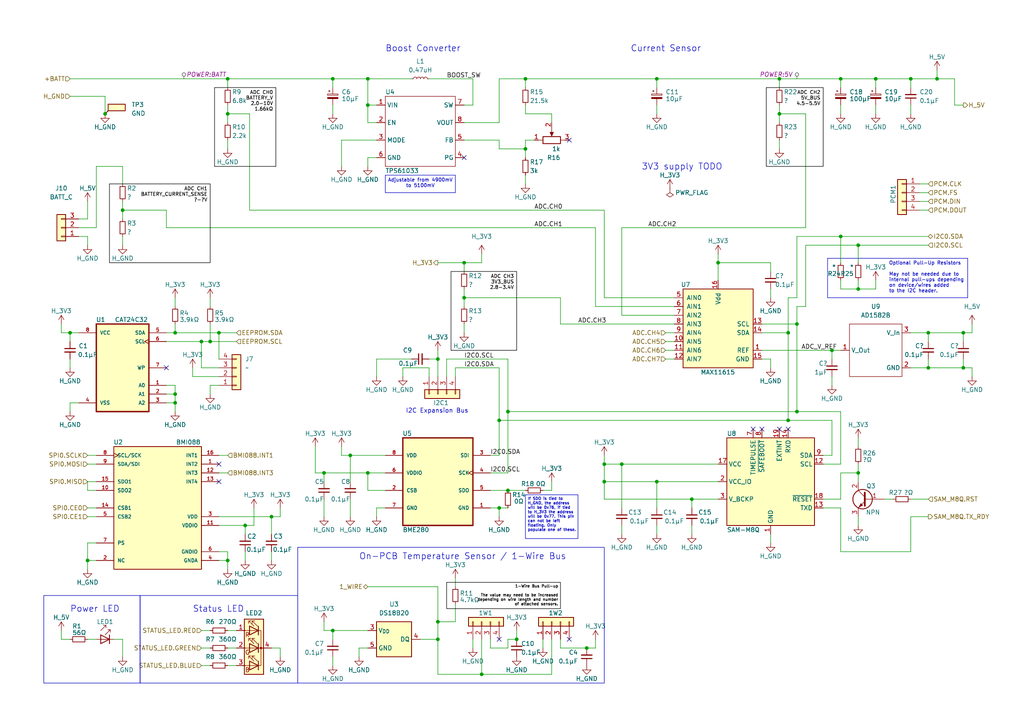
<source format=kicad_sch>
(kicad_sch (version 20231120) (generator "eeschema") (generator_version "8.0")
  (paper "A4")
  (junction (at 101.6 132.08))
  (junction (at 144.78 147.32))
  (junction (at 248.92 137.16))
  (junction (at 134.62 76.2))
  (junction (at 149.86 185.42))
  (junction (at 269.24 106.68))
  (junction (at 96.52 182.88))
  (junction (at 78.74 149.86))
  (junction (at 134.62 86.36))
  (junction (at 30.48 33.02))
  (junction (at 271.78 22.86))
  (junction (at 106.68 22.86))
  (junction (at 147.32 119.38))
  (junction (at 96.52 22.86))
  (junction (at 228.6 96.52))
  (junction (at 144.78 121.92))
  (junction (at 50.8 116.84))
  (junction (at 127 104.14))
  (junction (at 231.14 119.38))
  (junction (at 243.84 22.86))
  (junction (at 152.4 43.18))
  (junction (at 279.4 96.52))
  (junction (at 248.92 83.82))
  (junction (at 208.28 76.2))
  (junction (at 243.84 68.58))
  (junction (at 228.6 121.92))
  (junction (at 200.66 144.78))
  (junction (at 93.98 137.16))
  (junction (at 50.8 114.3))
  (junction (at 63.5 96.52))
  (junction (at 58.42 99.06))
  (junction (at 269.24 96.52))
  (junction (at 50.8 96.52))
  (junction (at 66.04 162.56))
  (junction (at 60.96 99.06))
  (junction (at 66.04 22.86))
  (junction (at 25.4 162.56))
  (junction (at 66.04 33.02))
  (junction (at 127 185.42))
  (junction (at 139.7 195.58))
  (junction (at 20.32 96.52))
  (junction (at 106.68 137.16))
  (junction (at 190.5 139.7))
  (junction (at 127 180.34))
  (junction (at 248.92 71.12))
  (junction (at 241.3 101.6))
  (junction (at 231.14 93.98))
  (junction (at 226.06 33.02))
  (junction (at 106.68 30.48))
  (junction (at 254 22.86))
  (junction (at 35.56 60.96))
  (junction (at 152.4 22.86))
  (junction (at 264.16 22.86))
  (junction (at 226.06 22.86))
  (junction (at 190.5 22.86))
  (junction (at 175.26 134.62))
  (junction (at 180.34 134.62))
  (junction (at 175.26 139.7))
  (junction (at 71.12 152.4))
  (junction (at 279.4 106.68))
  (junction (at 147.32 142.24))
  (junction (at 170.18 187.96))
  (no_connect (at 220.98 124.46))
  (no_connect (at 165.1 40.64))
  (no_connect (at 218.44 124.46))
  (no_connect (at 144.78 185.42))
  (no_connect (at 134.62 45.72))
  (no_connect (at 228.6 124.46))
  (no_connect (at 48.26 106.68))
  (no_connect (at 165.1 185.42))
  (no_connect (at 63.5 139.7))
  (no_connect (at 226.06 124.46))
  (no_connect (at 63.5 134.62))
  (wire (pts (xy 175.26 132.08) (xy 175.26 134.62)))
  (wire (pts (xy 266.7 58.42) (xy 269.24 58.42)))
  (wire (pts (xy 175.26 139.7) (xy 175.26 144.78)))
  (wire (pts (xy 22.86 116.84) (xy 20.32 116.84)))
  (wire (pts (xy 208.28 81.28) (xy 208.28 76.2)))
  (wire (pts (xy 241.3 101.6) (xy 241.3 104.14)))
  (wire (pts (xy 160.02 185.42) (xy 160.02 195.58)))
  (wire (pts (xy 243.84 22.86) (xy 254 22.86)))
  (wire (pts (xy 264.16 96.52) (xy 269.24 96.52)))
  (wire (pts (xy 248.92 81.28) (xy 248.92 83.82)))
  (wire (pts (xy 195.58 86.36) (xy 175.26 86.36)))
  (wire (pts (xy 25.4 68.58) (xy 25.4 71.12)))
  (wire (pts (xy 35.56 48.26) (xy 35.56 53.34)))
  (wire (pts (xy 134.62 30.48) (xy 137.16 30.48)))
  (wire (pts (xy 254 22.86) (xy 254 25.4)))
  (wire (pts (xy 269.24 96.52) (xy 279.4 96.52)))
  (wire (pts (xy 162.56 93.98) (xy 162.56 86.36)))
  (wire (pts (xy 152.4 22.86) (xy 152.4 25.4)))
  (wire (pts (xy 162.56 185.42) (xy 162.56 187.96)))
  (wire (pts (xy 106.68 35.56) (xy 106.68 30.48)))
  (wire (pts (xy 223.52 76.2) (xy 223.52 78.74)))
  (wire (pts (xy 180.34 134.62) (xy 180.34 147.32)))
  (wire (pts (xy 25.4 185.42) (xy 27.94 185.42)))
  (wire (pts (xy 254 83.82) (xy 254 81.28)))
  (wire (pts (xy 228.6 96.52) (xy 228.6 86.36)))
  (wire (pts (xy 50.8 96.52) (xy 50.8 93.98)))
  (wire (pts (xy 281.94 96.52) (xy 281.94 93.98)))
  (wire (pts (xy 101.6 132.08) (xy 101.6 139.7)))
  (wire (pts (xy 127 101.6) (xy 127 104.14)))
  (wire (pts (xy 147.32 185.42) (xy 147.32 187.96)))
  (wire (pts (xy 71.12 152.4) (xy 73.66 152.4)))
  (wire (pts (xy 264.16 160.02) (xy 264.16 149.86)))
  (wire (pts (xy 109.22 35.56) (xy 106.68 35.56)))
  (wire (pts (xy 132.08 106.68) (xy 144.78 106.68)))
  (wire (pts (xy 132.08 109.22) (xy 132.08 106.68)))
  (wire (pts (xy 127 104.14) (xy 127 109.22)))
  (wire (pts (xy 147.32 142.24) (xy 152.4 142.24)))
  (wire (pts (xy 134.62 76.2) (xy 127 76.2)))
  (wire (pts (xy 25.4 139.7) (xy 27.94 139.7)))
  (wire (pts (xy 127 185.42) (xy 127 180.34)))
  (wire (pts (xy 243.84 68.58) (xy 269.24 68.58)))
  (wire (pts (xy 121.92 185.42) (xy 127 185.42)))
  (wire (pts (xy 66.04 33.02) (xy 72.39 33.02)))
  (wire (pts (xy 248.92 137.16) (xy 243.84 137.16)))
  (wire (pts (xy 190.5 139.7) (xy 190.5 147.32)))
  (wire (pts (xy 152.4 30.48) (xy 152.4 33.02)))
  (wire (pts (xy 139.7 73.66) (xy 139.7 76.2)))
  (wire (pts (xy 228.6 121.92) (xy 241.3 121.92)))
  (wire (pts (xy 17.78 93.98) (xy 17.78 96.52)))
  (wire (pts (xy 226.06 33.02) (xy 226.06 35.56)))
  (wire (pts (xy 81.28 149.86) (xy 81.28 147.32)))
  (wire (pts (xy 22.86 63.5) (xy 25.4 63.5)))
  (wire (pts (xy 63.5 106.68) (xy 58.42 106.68)))
  (wire (pts (xy 264.16 106.68) (xy 269.24 106.68)))
  (wire (pts (xy 180.34 66.04) (xy 180.34 91.44)))
  (wire (pts (xy 66.04 22.86) (xy 66.04 25.4)))
  (wire (pts (xy 96.52 182.88) (xy 106.68 182.88)))
  (wire (pts (xy 231.14 93.98) (xy 231.14 88.9)))
  (wire (pts (xy 81.28 187.96) (xy 81.28 190.5)))
  (wire (pts (xy 243.84 81.28) (xy 243.84 83.82)))
  (wire (pts (xy 20.32 116.84) (xy 20.32 119.38)))
  (wire (pts (xy 149.86 182.88) (xy 149.86 185.42)))
  (wire (pts (xy 228.6 96.52) (xy 228.6 121.92)))
  (wire (pts (xy 134.62 40.64) (xy 144.78 40.64)))
  (wire (pts (xy 96.52 22.86) (xy 96.52 25.4)))
  (wire (pts (xy 78.74 149.86) (xy 81.28 149.86)))
  (wire (pts (xy 58.42 106.68) (xy 58.42 99.06)))
  (wire (pts (xy 66.04 33.02) (xy 66.04 35.56)))
  (wire (pts (xy 276.86 22.86) (xy 271.78 22.86)))
  (wire (pts (xy 220.98 93.98) (xy 231.14 93.98)))
  (wire (pts (xy 104.14 187.96) (xy 106.68 187.96)))
  (wire (pts (xy 172.72 88.9) (xy 172.72 66.04)))
  (wire (pts (xy 48.26 111.76) (xy 50.8 111.76)))
  (wire (pts (xy 127 104.14) (xy 124.46 104.14)))
  (wire (pts (xy 190.5 22.86) (xy 190.5 25.4)))
  (wire (pts (xy 142.24 187.96) (xy 142.24 185.42)))
  (wire (pts (xy 109.22 104.14) (xy 109.22 109.22)))
  (wire (pts (xy 243.84 83.82) (xy 248.92 83.82)))
  (wire (pts (xy 193.04 99.06) (xy 195.58 99.06)))
  (wire (pts (xy 48.26 66.04) (xy 172.72 66.04)))
  (wire (pts (xy 180.34 152.4) (xy 180.34 154.94)))
  (wire (pts (xy 22.86 68.58) (xy 25.4 68.58)))
  (wire (pts (xy 238.76 147.32) (xy 243.84 147.32)))
  (wire (pts (xy 248.92 134.62) (xy 248.92 137.16)))
  (wire (pts (xy 276.86 22.86) (xy 276.86 30.48)))
  (wire (pts (xy 248.92 71.12) (xy 248.92 76.2)))
  (wire (pts (xy 17.78 96.52) (xy 20.32 96.52)))
  (wire (pts (xy 152.4 43.18) (xy 152.4 45.72)))
  (wire (pts (xy 63.5 137.16) (xy 66.04 137.16)))
  (polyline (pts (xy 240.03 74.93) (xy 280.67 74.93)))
  (wire (pts (xy 106.68 137.16) (xy 111.76 137.16)))
  (wire (pts (xy 231.14 86.36) (xy 231.14 68.58)))
  (wire (pts (xy 269.24 104.14) (xy 269.24 106.68)))
  (wire (pts (xy 269.24 96.52) (xy 269.24 99.06)))
  (wire (pts (xy 127 195.58) (xy 139.7 195.58)))
  (wire (pts (xy 50.8 116.84) (xy 50.8 119.38)))
  (wire (pts (xy 96.52 30.48) (xy 96.52 33.02)))
  (wire (pts (xy 264.16 30.48) (xy 264.16 33.02)))
  (wire (pts (xy 152.4 40.64) (xy 154.94 40.64)))
  (wire (pts (xy 175.26 134.62) (xy 180.34 134.62)))
  (wire (pts (xy 149.86 185.42) (xy 147.32 185.42)))
  (wire (pts (xy 99.06 40.64) (xy 99.06 48.26)))
  (wire (pts (xy 248.92 83.82) (xy 254 83.82)))
  (wire (pts (xy 144.78 121.92) (xy 144.78 132.08)))
  (wire (pts (xy 190.5 22.86) (xy 226.06 22.86)))
  (wire (pts (xy 238.76 132.08) (xy 241.3 132.08)))
  (wire (pts (xy 63.5 132.08) (xy 66.04 132.08)))
  (wire (pts (xy 220.98 96.52) (xy 228.6 96.52)))
  (wire (pts (xy 27.94 142.24) (xy 25.4 142.24)))
  (wire (pts (xy 63.5 104.14) (xy 63.5 96.52)))
  (wire (pts (xy 231.14 119.38) (xy 243.84 119.38)))
  (wire (pts (xy 248.92 127) (xy 248.92 129.54)))
  (wire (pts (xy 111.76 142.24) (xy 106.68 142.24)))
  (wire (pts (xy 25.4 132.08) (xy 27.94 132.08)))
  (wire (pts (xy 27.94 48.26) (xy 35.56 48.26)))
  (wire (pts (xy 106.68 22.86) (xy 119.38 22.86)))
  (wire (pts (xy 175.26 86.36) (xy 175.26 60.96)))
  (wire (pts (xy 160.02 139.7) (xy 160.02 142.24)))
  (wire (pts (xy 25.4 58.42) (xy 25.4 63.5)))
  (wire (pts (xy 127 185.42) (xy 127 195.58)))
  (wire (pts (xy 279.4 106.68) (xy 281.94 106.68)))
  (wire (pts (xy 119.38 104.14) (xy 109.22 104.14)))
  (polyline (pts (xy 280.67 74.93) (xy 280.67 86.36)))
  (wire (pts (xy 132.08 175.26) (xy 132.08 180.34)))
  (wire (pts (xy 99.06 129.54) (xy 99.06 132.08)))
  (wire (pts (xy 144.78 22.86) (xy 152.4 22.86)))
  (wire (pts (xy 48.26 99.06) (xy 58.42 99.06)))
  (wire (pts (xy 93.98 144.78) (xy 93.98 149.86)))
  (wire (pts (xy 17.78 185.42) (xy 20.32 185.42)))
  (wire (pts (xy 109.22 147.32) (xy 109.22 149.86)))
  (wire (pts (xy 152.4 40.64) (xy 152.4 43.18)))
  (wire (pts (xy 271.78 20.32) (xy 271.78 22.86)))
  (wire (pts (xy 101.6 132.08) (xy 111.76 132.08)))
  (wire (pts (xy 60.96 111.76) (xy 60.96 114.3)))
  (wire (pts (xy 254 30.48) (xy 254 33.02)))
  (wire (pts (xy 137.16 185.42) (xy 137.16 187.96)))
  (wire (pts (xy 233.68 33.02) (xy 233.68 66.04)))
  (wire (pts (xy 152.4 33.02) (xy 160.02 33.02)))
  (wire (pts (xy 109.22 40.64) (xy 99.06 40.64)))
  (wire (pts (xy 127 180.34) (xy 132.08 180.34)))
  (wire (pts (xy 243.84 119.38) (xy 243.84 134.62)))
  (wire (pts (xy 195.58 93.98) (xy 162.56 93.98)))
  (wire (pts (xy 111.76 147.32) (xy 109.22 147.32)))
  (wire (pts (xy 55.88 106.68) (xy 55.88 109.22)))
  (wire (pts (xy 200.66 152.4) (xy 200.66 154.94)))
  (wire (pts (xy 144.78 43.18) (xy 152.4 43.18)))
  (wire (pts (xy 72.39 33.02) (xy 72.39 60.96)))
  (wire (pts (xy 193.04 96.52) (xy 195.58 96.52)))
  (wire (pts (xy 66.04 193.04) (xy 68.58 193.04)))
  (wire (pts (xy 48.26 96.52) (xy 50.8 96.52)))
  (wire (pts (xy 127 170.18) (xy 127 180.34)))
  (wire (pts (xy 66.04 30.48) (xy 66.04 33.02)))
  (wire (pts (xy 63.5 96.52) (xy 68.58 96.52)))
  (wire (pts (xy 226.06 40.64) (xy 226.06 43.18)))
  (wire (pts (xy 91.44 129.54) (xy 91.44 137.16)))
  (wire (pts (xy 160.02 33.02) (xy 160.02 35.56)))
  (wire (pts (xy 162.56 187.96) (xy 170.18 187.96)))
  (wire (pts (xy 33.02 185.42) (xy 35.56 185.42)))
  (polyline (pts (xy 280.67 86.36) (xy 240.03 86.36)))
  (wire (pts (xy 20.32 22.86) (xy 66.04 22.86)))
  (wire (pts (xy 269.24 106.68) (xy 279.4 106.68)))
  (wire (pts (xy 233.68 88.9) (xy 233.68 71.12)))
  (wire (pts (xy 226.06 33.02) (xy 233.68 33.02)))
  (wire (pts (xy 279.4 104.14) (xy 279.4 106.68)))
  (wire (pts (xy 233.68 71.12) (xy 248.92 71.12)))
  (wire (pts (xy 96.52 22.86) (xy 106.68 22.86)))
  (wire (pts (xy 25.4 134.62) (xy 27.94 134.62)))
  (wire (pts (xy 243.84 30.48) (xy 243.84 33.02)))
  (wire (pts (xy 66.04 160.02) (xy 66.04 162.56)))
  (wire (pts (xy 20.32 104.14) (xy 20.32 106.68)))
  (wire (pts (xy 132.08 167.64) (xy 132.08 170.18)))
  (wire (pts (xy 190.5 152.4) (xy 190.5 154.94)))
  (wire (pts (xy 223.52 86.36) (xy 223.52 83.82)))
  (wire (pts (xy 22.86 66.04) (xy 27.94 66.04)))
  (wire (pts (xy 137.16 22.86) (xy 137.16 30.48)))
  (wire (pts (xy 208.28 76.2) (xy 223.52 76.2)))
  (wire (pts (xy 180.34 66.04) (xy 233.68 66.04)))
  (wire (pts (xy 124.46 106.68) (xy 116.84 106.68)))
  (wire (pts (xy 208.28 139.7) (xy 190.5 139.7)))
  (wire (pts (xy 60.96 99.06) (xy 68.58 99.06)))
  (wire (pts (xy 200.66 144.78) (xy 200.66 147.32)))
  (polyline (pts (xy 240.03 74.93) (xy 240.03 86.36)))
  (wire (pts (xy 175.26 139.7) (xy 190.5 139.7)))
  (wire (pts (xy 157.48 142.24) (xy 160.02 142.24)))
  (wire (pts (xy 139.7 185.42) (xy 139.7 195.58)))
  (wire (pts (xy 25.4 142.24) (xy 25.4 139.7)))
  (wire (pts (xy 172.72 187.96) (xy 170.18 187.96)))
  (wire (pts (xy 243.84 160.02) (xy 264.16 160.02)))
  (wire (pts (xy 93.98 137.16) (xy 93.98 139.7)))
  (wire (pts (xy 220.98 104.14) (xy 223.52 104.14)))
  (wire (pts (xy 101.6 132.08) (xy 99.06 132.08)))
  (wire (pts (xy 142.24 132.08) (xy 144.78 132.08)))
  (wire (pts (xy 208.28 144.78) (xy 200.66 144.78)))
  (wire (pts (xy 50.8 114.3) (xy 50.8 116.84)))
  (wire (pts (xy 30.48 27.94) (xy 30.48 33.02)))
  (wire (pts (xy 144.78 147.32) (xy 144.78 149.86)))
  (wire (pts (xy 243.84 137.16) (xy 243.84 144.78)))
  (wire (pts (xy 20.32 27.94) (xy 30.48 27.94)))
  (wire (pts (xy 58.42 99.06) (xy 60.96 99.06)))
  (wire (pts (xy 63.5 160.02) (xy 66.04 160.02)))
  (wire (pts (xy 243.84 68.58) (xy 243.84 76.2)))
  (wire (pts (xy 147.32 104.14) (xy 129.54 104.14)))
  (wire (pts (xy 35.56 68.58) (xy 35.56 71.12)))
  (wire (pts (xy 63.5 162.56) (xy 66.04 162.56)))
  (wire (pts (xy 264.16 25.4) (xy 264.16 22.86)))
  (wire (pts (xy 264.16 144.78) (xy 269.24 144.78)))
  (wire (pts (xy 266.7 60.96) (xy 269.24 60.96)))
  (wire (pts (xy 134.62 93.98) (xy 134.62 96.52)))
  (wire (pts (xy 55.88 109.22) (xy 63.5 109.22)))
  (wire (pts (xy 50.8 111.76) (xy 50.8 114.3)))
  (wire (pts (xy 142.24 147.32) (xy 144.78 147.32)))
  (wire (pts (xy 281.94 106.68) (xy 281.94 109.22)))
  (wire (pts (xy 172.72 88.9) (xy 195.58 88.9)))
  (wire (pts (xy 226.06 30.48) (xy 226.06 33.02)))
  (wire (pts (xy 109.22 30.48) (xy 106.68 30.48)))
  (wire (pts (xy 50.8 86.36) (xy 50.8 88.9)))
  (wire (pts (xy 96.52 185.42) (xy 96.52 182.88)))
  (wire (pts (xy 96.52 190.5) (xy 96.52 193.04)))
  (wire (pts (xy 238.76 134.62) (xy 243.84 134.62)))
  (wire (pts (xy 139.7 195.58) (xy 160.02 195.58)))
  (wire (pts (xy 175.26 60.96) (xy 72.39 60.96)))
  (wire (pts (xy 66.04 22.86) (xy 96.52 22.86)))
  (wire (pts (xy 73.66 147.32) (xy 73.66 152.4)))
  (wire (pts (xy 63.5 152.4) (xy 71.12 152.4)))
  (wire (pts (xy 27.94 66.04) (xy 27.94 48.26)))
  (wire (pts (xy 129.54 104.14) (xy 129.54 109.22)))
  (wire (pts (xy 63.5 149.86) (xy 78.74 149.86)))
  (wire (pts (xy 93.98 137.16) (xy 106.68 137.16)))
  (wire (pts (xy 248.92 137.16) (xy 248.92 139.7)))
  (wire (pts (xy 91.44 137.16) (xy 93.98 137.16)))
  (wire (pts (xy 71.12 152.4) (xy 71.12 154.94)))
  (wire (pts (xy 231.14 93.98) (xy 231.14 119.38)))
  (wire (pts (xy 78.74 187.96) (xy 81.28 187.96)))
  (wire (pts (xy 147.32 119.38) (xy 231.14 119.38)))
  (wire (pts (xy 144.78 121.92) (xy 228.6 121.92)))
  (wire (pts (xy 241.3 121.92) (xy 241.3 132.08)))
  (wire (pts (xy 58.42 193.04) (xy 60.96 193.04)))
  (wire (pts (xy 66.04 182.88) (xy 68.58 182.88)))
  (wire (pts (xy 27.94 157.48) (xy 25.4 157.48)))
  (wire (pts (xy 25.4 157.48) (xy 25.4 162.56)))
  (wire (pts (xy 17.78 182.88) (xy 17.78 185.42)))
  (wire (pts (xy 93.98 180.34) (xy 93.98 182.88)))
  (wire (pts (xy 147.32 119.38) (xy 147.32 137.16)))
  (wire (pts (xy 116.84 106.68) (xy 116.84 109.22)))
  (wire (pts (xy 266.7 53.34) (xy 269.24 53.34)))
  (wire (pts (xy 124.46 109.22) (xy 124.46 106.68)))
  (wire (pts (xy 35.56 58.42) (xy 35.56 60.96)))
  (wire (pts (xy 144.78 40.64) (xy 144.78 43.18)))
  (wire (pts (xy 238.76 144.78) (xy 243.84 144.78)))
  (wire (pts (xy 208.28 73.66) (xy 208.28 76.2)))
  (wire (pts (xy 93.98 182.88) (xy 96.52 182.88)))
  (wire (pts (xy 134.62 78.74) (xy 134.62 76.2)))
  (wire (pts (xy 190.5 30.48) (xy 190.5 33.02)))
  (wire (pts (xy 243.84 147.32) (xy 243.84 160.02)))
  (wire (pts (xy 193.04 101.6) (xy 195.58 101.6)))
  (wire (pts (xy 106.68 45.72) (xy 106.68 48.26)))
  (wire (pts (xy 142.24 142.24) (xy 147.32 142.24)))
  (wire (pts (xy 220.98 101.6) (xy 241.3 101.6)))
  (wire (pts (xy 147.32 187.96) (xy 142.24 187.96)))
  (wire (pts (xy 264.16 149.86) (xy 269.24 149.86)))
  (wire (pts (xy 226.06 22.86) (xy 226.06 25.4)))
  (wire (pts (xy 223.52 104.14) (xy 223.52 106.68)))
  (wire (pts (xy 106.68 170.18) (xy 127 170.18)))
  (wire (pts (xy 144.78 35.56) (xy 144.78 22.86)))
  (wire (pts (xy 60.96 93.98) (xy 60.96 99.06)))
  (wire (pts (xy 20.32 96.52) (xy 22.86 96.52)))
  (wire (pts (xy 106.68 22.86) (xy 106.68 30.48)))
  (wire (pts (xy 254 22.86) (xy 264.16 22.86)))
  (wire (pts (xy 50.8 96.52) (xy 63.5 96.52)))
  (wire (pts (xy 106.68 142.24) (xy 106.68 137.16)))
  (wire (pts (xy 134.62 35.56) (xy 144.78 35.56)))
  (wire (pts (xy 134.62 83.82) (xy 134.62 86.36)))
  (wire (pts (xy 226.06 22.86) (xy 243.84 22.86)))
  (wire (pts (xy 223.52 157.48) (xy 223.52 154.94)))
  (wire (pts (xy 63.5 111.76) (xy 60.96 111.76)))
  (wire (pts (xy 248.92 71.12) (xy 269.24 71.12)))
  (wire (pts (xy 279.4 96.52) (xy 279.4 99.06)))
  (wire (pts (xy 157.48 185.42) (xy 157.48 187.96)))
  (wire (pts (xy 241.3 109.22) (xy 241.3 111.76)))
  (wire (pts (xy 58.42 182.88) (xy 60.96 182.88)))
  (wire (pts (xy 142.24 137.16) (xy 147.32 137.16)))
  (wire (pts (xy 147.32 119.38) (xy 147.32 104.14)))
  (wire (pts (xy 25.4 149.86) (xy 27.94 149.86)))
  (wire (pts (xy 276.86 30.48) (xy 279.4 30.48)))
  (wire (pts (xy 25.4 147.32) (xy 27.94 147.32)))
  (wire (pts (xy 48.26 66.04) (xy 48.26 60.96)))
  (wire (pts (xy 231.14 68.58) (xy 243.84 68.58)))
  (wire (pts (xy 152.4 22.86) (xy 190.5 22.86)))
  (wire (pts (xy 208.28 134.62) (xy 180.34 134.62)))
  (wire (pts (xy 172.72 187.96) (xy 172.72 185.42)))
  (wire (pts (xy 180.34 91.44) (xy 195.58 91.44)))
  (wire (pts (xy 58.42 187.96) (xy 60.96 187.96)))
  (wire (pts (xy 134.62 86.36) (xy 134.62 88.9)))
  (wire (pts (xy 66.04 162.56) (xy 66.04 165.1)))
  (wire (pts (xy 60.96 86.36) (xy 60.96 88.9)))
  (wire (pts (xy 48.26 60.96) (xy 35.56 60.96)))
  (wire (pts (xy 35.56 185.42) (xy 35.56 190.5)))
  (wire (pts (xy 20.32 96.52) (xy 20.32 99.06)))
  (wire (pts (xy 101.6 144.78) (xy 101.6 149.86)))
  (wire (pts (xy 134.62 76.2) (xy 139.7 76.2)))
  (wire (pts (xy 264.16 22.86) (xy 271.78 22.86)))
  (wire (pts (xy 35.56 60.96) (xy 35.56 63.5)))
  (wire (pts (xy 66.04 40.64) (xy 66.04 43.18)))
  (wire (pts (xy 25.4 162.56) (xy 25.4 165.1)))
  (wire (pts (xy 71.12 160.02) (xy 71.12 162.56)))
  (wire (pts (xy 248.92 149.86) (xy 248.92 152.4)))
  (wire (pts (xy 175.26 134.62) (xy 175.26 139.7)))
  (wire (pts (xy 266.7 55.88) (xy 269.24 55.88)))
  (wire (pts (xy 256.54 144.78) (xy 259.08 144.78)))
  (wire (pts (xy 243.84 22.86) (xy 243.84 25.4)))
  (wire (pts (xy 193.04 104.14) (xy 195.58 104.14)))
  (wire (pts (xy 144.78 121.92) (xy 144.78 106.68)))
  (wire (pts (xy 279.4 96.52) (xy 281.94 96.52)))
  (wire (pts (xy 162.56 86.36) (xy 134.62 86.36)))
  (wire (pts (xy 243.84 101.6) (xy 241.3 101.6)))
  (wire (pts (xy 104.14 190.5) (xy 104.14 187.96)))
  (wire (pts (xy 152.4 50.8) (xy 152.4 53.34)))
  (wire (pts (xy 231.14 88.9) (xy 233.68 88.9)))
  (wire (pts (xy 48.26 116.84) (xy 50.8 116.84)))
  (wire (pts (xy 228.6 86.36) (xy 231.14 86.36)))
  (wire (pts (xy 144.78 147.32) (xy 147.32 147.32)))
  (wire (pts (xy 124.46 22.86) (xy 137.16 22.86)))
  (wire (pts (xy 25.4 162.56) (xy 27.94 162.56)))
  (wire (pts (xy 109.22 45.72) (xy 106.68 45.72)))
  (wire (pts (xy 175.26 144.78) (xy 200.66 144.78)))
  (wire (pts (xy 78.74 160.02) (xy 78.74 162.56)))
  (wire (pts (xy 48.26 114.3) (xy 50.8 114.3)))
  (wire (pts (xy 78.74 149.86) (xy 78.74 154.94)))
  (wire (pts (xy 66.04 187.96) (xy 68.58 187.96)))
  (rectangle (start 40.64 172.72) (end 86.36 198.12))
  (rectangle (start 86.36 158.75) (end 175.26 198.12))
  (rectangle (start 12.7 172.72) (end 40.64 198.12))
  (text_box "ADC CH3\n3V3_BUS\n2.8-3.4V" (at 130.81 78.74 0) (size 19.05 22.86) (stroke (width 0) (color 0 0 0 1)) (effects (font (size 1 1)) (justify right top)))
  (text_box "Adjustable from 4900mV to 5100mV\n" (at 111.76 50.8 0) (size 20.32 5.08) (effects (font (size 1 1)) (justify top)))
  (text_box "ADC CH1\nBATTERY_CURRENT_SENSE\n?-?V" (at 31.75 53.34 0) (size 29.21 22.86) (stroke (width 0) (color 0 0 0 1)) (effects (font (size 1 1)) (justify right top)))
  (text_box "If SDO is tied to H_GND, the address will be 0x76, if tied to H_3V3 the address will be 0x77. This pin can not be left floating. Only populate one of these." (at 152.4 143.51 0) (size 15.24 12.7) (effects (font (size 0.8 0.8)) (justify left top)))
  (text_box "ADC CH2\n5V_BUS\n4.5-5.5V" (at 222.25 25.4 0) (size 16.51 22.86) (stroke (width 0) (color 0 0 0 1)) (effects (font (size 1 1)) (justify right top)))
  (text_box "ADC CH0\nBATTERY_V\n2.0-10V\n1.66kΩ" (at 62.23 25.4 0) (size 17.78 22.86) (stroke (width 0) (color 0 0 0 1)) (effects (font (size 1 1)) (justify right top)))
  (text_box "1-Wire Bus Pull-up\n\nThe value may need to be increased\ndepending on wire length and number\nof attached sensors." (at 129.54 168.91 0) (size 33.02 7.62) (stroke (width 0) (color 0 0 0 1)) (effects (font (size 0.8 0.8)) (justify right top)))
  (text "Optional Pull-Up Resistors\n\nMay not be needed due to\ninternal pull-ups depending\non device/wires added\nto the I2C header." (at 257.81 85.09 0) (effects (font (size 1 1)) (justify left bottom)))
  (text "3V3 supply TODO" (at 186.055 49.53 0) (effects (font (size 1.8 1.8)) (justify left bottom)))
  (text "Boost Converter" (at 111.76 15.24 0) (effects (font (size 1.8 1.8)) (justify left bottom)))
  (text "Current Sensor" (at 182.88 15.24 0) (effects (font (size 1.8 1.8)) (justify left bottom)))
  (text "I2C Expansion Bus" (at 135.89 120.015 0) (effects (font (size 1.27 1.27)) (justify right bottom)))
  (text "On-PCB Temperature Sensor / 1-Wire Bus" (at 104.14 162.56 0) (effects (font (size 1.8 1.8)) (justify left bottom)))
  (text "Status LED" (at 55.88 177.8 0) (effects (font (size 1.8 1.8)) (justify left bottom)))
  (text "Power LED" (at 20.32 177.8 0) (effects (font (size 1.8 1.8)) (justify left bottom)))
  (label "ADC.CH1" (at 154.94 66.04 0))
  (label "ADC.CH3" (at 167.64 93.98 0))
  (label "BOOST_SW" (at 129.54 22.86 0))
  (label "ADC.CH2" (at 187.96 66.04 0))
  (label "I2C0.SCL" (at 134.62 104.14 0))
  (label "ADC_V_REF" (at 232.41 101.6 0))
  (label "ADC.CH0" (at 154.94 60.96 0))
  (label "I2C0.SDA" (at 134.62 106.68 0))
  (label "I2C0.SDA" (at 142.24 132.08 0))
  (label "I2C0.SCL" (at 142.24 137.16 0))
  (hierarchical_label "I2C0.SDA" (shape bidirectional) (at 269.24 68.58 0))
  (hierarchical_label "BMI088.INT3" (shape input) (at 66.04 137.16 0))
  (hierarchical_label "SPI0.CE0" (shape input) (at 25.4 147.32 180))
  (hierarchical_label "ADC.CH4" (shape input) (at 193.04 96.52 180))
  (hierarchical_label "SAM_M8Q.TX_RDY" (shape output) (at 269.24 149.86 0))
  (hierarchical_label "STATUS_LED.GREEN" (shape input) (at 58.42 187.96 180))
  (hierarchical_label "SPI0.MOSI" (shape input) (at 25.4 134.62 180))
  (hierarchical_label "H_GND" (shape input) (at 20.32 27.94 180))
  (hierarchical_label "ADC.CH7" (shape input) (at 193.04 104.14 180))
  (hierarchical_label "H_5V" (shape output) (at 279.4 30.48 0))
  (hierarchical_label "+BATT" (shape input) (at 20.32 22.86 180))
  (hierarchical_label "EEPROM.SCL" (shape input) (at 68.58 99.06 0))
  (hierarchical_label "STATUS_LED.BLUE" (shape input) (at 58.42 193.04 180))
  (hierarchical_label "SPI0.SCLK" (shape input) (at 25.4 132.08 180))
  (hierarchical_label "SPI0.MISO" (shape input) (at 25.4 139.7 180))
  (hierarchical_label "STATUS_LED.RED" (shape input) (at 58.42 182.88 180))
  (hierarchical_label "H_3V3" (shape output) (at 127 76.2 180))
  (hierarchical_label "I2C0.SCL" (shape input) (at 269.24 71.12 0))
  (hierarchical_label "PCM.DIN" (shape input) (at 269.24 58.42 0))
  (hierarchical_label "ADC.CH5" (shape input) (at 193.04 99.06 180))
  (hierarchical_label "EEPROM.SDA" (shape input) (at 68.58 96.52 0))
  (hierarchical_label "PCM.FS" (shape input) (at 269.24 55.88 0))
  (hierarchical_label "BMI088.INT1" (shape input) (at 66.04 132.08 0))
  (hierarchical_label "PCM.CLK" (shape input) (at 269.24 53.34 0))
  (hierarchical_label "ADC.CH6" (shape input) (at 193.04 101.6 180))
  (hierarchical_label "1_WIRE" (shape bidirectional) (at 106.68 170.18 180))
  (hierarchical_label "SAM_M8Q.RST" (shape input) (at 269.24 144.78 0))
  (hierarchical_label "PCM.DOUT" (shape input) (at 269.24 60.96 0))
  (hierarchical_label "SPI0.CE1" (shape input) (at 25.4 149.86 180))
  (netclass_flag "" (length 1.25) (shape round) (at 231.14 22.86 0) (property "Netclass" "POWER:5V" (at 229.87 21.59 0) (effects (font (italic yes)) (justify right))))
  (netclass_flag "" (length 1.25) (shape round) (at 53.34 22.86 0) (property "Netclass" "POWER:BATT" (at 54.0385 21.61 0) (effects (font (italic yes)) (justify left))))
  (symbol (lib_id "Device:R_Small") (at 63.5 193.04 90) (unit 1)
    (property "Reference" "R8" (at 60.96 190.5 90))
    (property "Value" "360Ω" (at 66.04 190.5 90))
    (property "Footprint" "Resistor_SMD:R_0603_1608Metric" (effects (hide yes)))
  )
  (symbol (lib_id "Device:R_Small") (at 63.5 187.96 90) (unit 1)
    (property "Reference" "R7" (at 60.96 185.42 90))
    (property "Value" "360Ω" (at 66.04 185.42 90))
    (property "Footprint" "Resistor_SMD:R_0603_1608Metric" (effects (hide yes)))
  )
  (symbol (lib_id "Device:C_Small") (at 264.16 27.94 180) (unit 1)
    (property "Reference" "C20" (at 266.7 26.67 0) (effects (justify right)))
    (property "Value" "0.1µF" (at 266.7 29.21 0) (effects (justify right)))
    (property "Footprint" "Capacitor_SMD:C_0603_1608Metric" (effects (hide yes)))
    (instances (project "giraffe_flight_computer" (path "" (reference "C20") (unit 1))) (project "GFC-Hat" (path "" (reference "C?") (unit 1))))
  )
  (symbol (lib_id "giraffe_symbols:H_GND") (at 264.16 33.02 0) (unit 1)
    (property "Reference" "#PWRHGND014" (effects (hide yes)))
    (property "Value" "H_GND" (at 264.16 36.83 0))
  )
  (symbol (lib_id "Device:R_Small") (at 152.4 48.26 0) (mirror y) (unit 1)
    (property "Reference" "R17" (at 153.67 46.99 0) (effects (justify right)))
    (property "Value" "3k" (at 153.67 49.53 0) (effects (justify right)))
    (property "Footprint" "Resistor_SMD:R_0603_1608Metric" (effects (hide yes)))
  )
  (symbol (lib_id "Device:C_Polarized_Small") (at 190.5 27.94 0) (unit 1)
    (property "Reference" "C11" (at 193.04 26.67 0) (effects (justify left)))
    (property "Value" "10μF" (at 193.04 28.6639 0) (effects (justify left)))
    (property "Footprint" "Capacitor_Tantalum_SMD:CP_EIA-3216-18_Kemet-A" (effects (hide yes)))
  )
  (symbol (lib_id "Device:R_Small") (at 66.04 38.1 0) (unit 1)
    (property "Reference" "R10" (at 67.31 36.83 0) (effects (justify left)))
    (property "Value" "2.2k" (at 67.31 39.37 0) (effects (justify left)))
    (property "Footprint" "Resistor_SMD:R_0603_1608Metric" (effects (hide yes)))
  )
  (symbol (lib_id "Device:C_Polarized_Small") (at 96.52 27.94 0) (unit 1)
    (property "Reference" "C6" (at 99.06 26.67 0) (effects (justify left)))
    (property "Value" "10μF" (at 99.06 28.6639 0) (effects (justify left)))
    (property "Footprint" "Capacitor_Tantalum_SMD:CP_EIA-3216-18_Kemet-A" (effects (hide yes)))
  )
  (symbol (lib_id "Connector_Generic:Conn_01x04") (at 68.58 109.22 0) (mirror x) (unit 1)
    (property "Reference" "J7" (at 71.12 104.14 0) (effects (justify left)))
    (property "Value" "~" (at 71.12 106.68 0) (effects (justify left)))
    (property "Footprint" "Connector_PinHeader_1.00mm:PinHeader_1x04_P1.00mm_Vertical" (effects (hide yes)))
  )
  (symbol (lib_id "Device:C_Small") (at 180.34 149.86 0) (unit 1)
    (property "Reference" "C13" (at 184.15 148.59 0))
    (property "Value" "0.1µF" (at 185.42 151.13 0))
    (property "Footprint" "Capacitor_SMD:C_0603_1608Metric" (effects (hide yes)))
    (instances (project "giraffe_flight_computer" (path "" (reference "C13") (unit 1))) (project "GFC-Hat" (path "" (reference "C?") (unit 1))))
  )
  (symbol (lib_id "Device:R_Small") (at 261.62 144.78 90) (unit 1)
    (property "Reference" "R27" (at 259.715 142.875 90))
    (property "Value" "?Ω" (at 263.525 142.875 90))
    (property "Footprint" "Resistor_SMD:R_0603_1608Metric" (effects (hide yes)))
  )
  (symbol (lib_id "Device:R_Small") (at 50.8 91.44 0) (mirror x) (unit 1)
    (property "Reference" "R4" (at 52.07 90.805 0) (effects (justify left)))
    (property "Value" "3.9kΩ" (at 52.07 92.71 0) (effects (justify left)))
    (property "Footprint" "Resistor_SMD:R_0603_1608Metric" (effects (hide yes)))
    (instances (project "giraffe_flight_computer" (path "" (reference "R4") (unit 1))) (project "GFC-Hat" (path "" (reference "R?") (unit 1))))
  )
  (symbol (lib_id "Device:C_Polarized_Small") (at 254 27.94 0) (unit 1)
    (property "Reference" "C19" (at 256.54 26.67 0) (effects (justify left)))
    (property "Value" "10μF" (at 256.54 28.6639 0) (effects (justify left)))
    (property "Footprint" "Capacitor_Tantalum_SMD:CP_EIA-3216-18_Kemet-A" (effects (hide yes)))
  )
  (symbol (lib_id "Device:C_Small") (at 170.18 190.5 0) (mirror x) (unit 1)
    (property "Reference" "C4" (at 167.64 189.23 0) (effects (justify right)))
    (property "Value" "0.1µF" (at 167.64 191.77 0) (effects (justify right)))
    (property "Footprint" "Capacitor_SMD:C_0603_1608Metric" (effects (hide yes)))
    (instances (project "giraffe_flight_computer" (path "" (reference "C4") (unit 1))) (project "GFC-Hat" (path "" (reference "C?") (unit 1))))
  )
  (symbol (lib_id "giraffe_symbols:H_GND") (at 109.22 109.22 0) (mirror y) (unit 1)
    (property "Reference" "#PWR028" (effects (hide yes)))
    (property "Value" "H_GND" (at 109.22 113.03 0))
    (instances (project "giraffe_flight_computer" (path "" (reference "#PWR028") (unit 1))) (project "GFC-Hat" (path "" (reference "#PWR?") (unit 1)) (path "" (reference "#PWR?") (unit 1))))
  )
  (symbol (lib_id "giraffe_symbols:H_3V3") (at 194.31 54.61 0) (unit 1)
    (property "Reference" "#PWR061" (effects (hide yes)))
    (property "Value" "H_3V3" (at 194.31 50.8 0))
  )
  (symbol (lib_id "Device:C_Small") (at 78.74 157.48 180) (unit 1)
    (property "Reference" "C3" (at 80.645 155.575 0))
    (property "Value" "0.1µF" (at 81.915 159.385 0))
    (property "Footprint" "Capacitor_SMD:C_0603_1608Metric" (effects (hide yes)))
    (instances (project "giraffe_flight_computer" (path "" (reference "C3") (unit 1))) (project "GFC-Hat" (path "" (reference "C?") (unit 1))))
  )
  (symbol (lib_id "giraffe_symbols:H_GND") (at 99.06 48.26 0) (unit 1)
    (property "Reference" "#PWR023" (effects (hide yes)))
    (property "Value" "H_GND" (at 99.06 52.07 0))
    (instances (project "giraffe_flight_computer" (path "" (reference "#PWR023") (unit 1))) (project "GFC-Hat" (path "" (reference "#PWR?") (unit 1)) (path "" (reference "#PWR?") (unit 1))))
  )
  (symbol (lib_id "Device:R_Small") (at 226.06 38.1 0) (unit 1)
    (property "Reference" "R23" (at 227.33 36.83 0) (effects (justify left)))
    (property "Value" "?" (at 227.33 39.37 0) (effects (justify left)))
    (property "Footprint" "Resistor_SMD:R_0603_1608Metric" (effects (hide yes)))
  )
  (symbol (lib_id "giraffe_symbols:H_GND") (at 200.66 154.94 0) (unit 1)
    (property "Reference" "#PWR044" (effects (hide yes)))
    (property "Value" "H_GND" (at 200.66 158.75 0))
    (instances (project "giraffe_flight_computer" (path "" (reference "#PWR044") (unit 1))) (project "GFC-Hat" (path "" (reference "#PWR?") (unit 1)) (path "" (reference "#PWR?") (unit 1))))
  )
  (symbol (lib_id "giraffe_symbols:H_GND") (at 281.94 109.22 0) (mirror y) (unit 1)
    (property "Reference" "#PWR055" (effects (hide yes)))
    (property "Value" "H_GND" (at 281.94 113.03 0))
    (instances (project "giraffe_flight_computer" (path "" (reference "#PWR055") (unit 1))) (project "GFC-Hat" (path "" (reference "#PWR?") (unit 1)) (path "" (reference "#PWR?") (unit 1))))
  )
  (symbol (lib_id "Device:R_Small") (at 60.96 91.44 0) (mirror x) (unit 1)
    (property "Reference" "R5" (at 62.23 90.805 0) (effects (justify left)))
    (property "Value" "3.9kΩ" (at 62.23 92.71 0) (effects (justify left)))
    (property "Footprint" "Resistor_SMD:R_0603_1608Metric" (effects (hide yes)))
    (instances (project "giraffe_flight_computer" (path "" (reference "R5") (unit 1))) (project "GFC-Hat" (path "" (reference "R?") (unit 1))))
  )
  (symbol (lib_id "giraffe_symbols:H_3V3") (at 60.96 86.36 0) (unit 1)
    (property "Reference" "#PWR011" (effects (hide yes)))
    (property "Value" "H_3V3" (at 60.96 82.55 0))
  )
  (symbol (lib_id "giraffe_symbols:H_GND") (at 106.68 48.26 0) (unit 1)
    (property "Reference" "#PWR027" (effects (hide yes)))
    (property "Value" "H_GND" (at 106.68 52.07 0))
    (instances (project "giraffe_flight_computer" (path "" (reference "#PWR027") (unit 1))) (project "GFC-Hat" (path "" (reference "#PWR?") (unit 1)) (path "" (reference "#PWR?") (unit 1))))
  )
  (symbol (lib_id "Device:R_Small") (at 134.62 81.28 0) (unit 1)
    (property "Reference" "R12" (at 135.89 80.01 0) (effects (justify left)))
    (property "Value" "?" (at 135.89 82.55 0) (effects (justify left)))
    (property "Footprint" "Resistor_SMD:R_0603_1608Metric" (effects (hide yes)))
  )
  (symbol (lib_id "giraffe_symbols:H_GND") (at 20.32 119.38 0) (unit 1)
    (property "Reference" "#PWR04" (effects (hide yes)))
    (property "Value" "H_GND" (at 20.32 123.19 0))
    (instances (project "giraffe_flight_computer" (path "" (reference "#PWR04") (unit 1))) (project "GFC-Hat" (path "" (reference "#PWR?") (unit 1)) (path "" (reference "#PWR?") (unit 1))))
  )
  (symbol (lib_id "giraffe_symbols:H_GND") (at 101.6 149.86 0) (unit 1)
    (property "Reference" "#PWR025" (effects (hide yes)))
    (property "Value" "H_GND" (at 101.6 153.67 0))
    (instances (project "giraffe_flight_computer" (path "" (reference "#PWR025") (unit 1))) (project "GFC-Hat" (path "" (reference "#PWR?") (unit 1)) (path "" (reference "#PWR?") (unit 1))))
  )
  (symbol (lib_id "giraffe_symbols:H_3V3") (at 127 101.6 0) (mirror y) (unit 1)
    (property "Reference" "#PWR031" (effects (hide yes)))
    (property "Value" "H_3V3" (at 127 97.79 0))
  )
  (symbol (lib_id "giraffe_symbols:DS18B20Z") (at 114.3 185.42 0) (unit 1)
    (property "Reference" "U3" (at 114.3 175.26 0))
    (property "Value" "DS18B20" (at 114.3 177.8 0))
    (property "Footprint" "Package_SO:MSOP-8_3x3mm_P0.65mm" (effects (hide yes)))
  )
  (symbol (lib_id "giraffe_symbols:H_5V") (at 281.94 93.98 0) (mirror y) (unit 1)
    (property "Reference" "#PWR054" (effects (hide yes)))
    (property "Value" "H_5V" (at 281.94 88.9 0))
  )
  (symbol (lib_name "SAM-M8Q_1") (lib_id "giraffe_symbols:SAM-M8Q") (at 223.52 139.7 0) (unit 1)
    (property "Reference" "U8" (at 210.82 125.73 0) (effects (justify left)))
    (property "Value" "SAM-M8Q" (at 210.82 153.67 0) (effects (justify left)))
    (property "Footprint" "RF_GPS:ublox_SAM-M8Q" (effects (hide yes)))
  )
  (symbol (lib_id "giraffe_symbols:H_5V") (at 17.78 182.88 0) (unit 1)
    (property "Reference" "#PWR02" (effects (hide yes)))
    (property "Value" "H_5V" (at 17.78 179.07 0))
  )
  (symbol (lib_id "Device:R_Small") (at 154.94 142.24 90) (unit 1)
    (property "Reference" "R18" (at 153.035 140.335 90))
    (property "Value" "0Ω" (at 156.845 140.335 90))
    (property "Footprint" "Resistor_SMD:R_0603_1608Metric" (effects (hide yes)))
  )
  (symbol (lib_id "giraffe_symbols:H_GND") (at 96.52 193.04 0) (unit 1)
    (property "Reference" "#PWRHGND05" (effects (hide yes)))
    (property "Value" "H_GND" (at 96.52 196.85 0))
  )
  (symbol (lib_name "TPS61033_1") (lib_id "giraffe_symbols:TPS61033") (at 121.92 38.1 0) (unit 1)
    (property "Reference" "U4" (at 111.76 26.67 0) (effects (justify left)))
    (property "Value" "TPS61033" (at 111.76 49.53 0) (effects (justify left)))
    (property "Footprint" "Package_TO_SOT_SMD:SOT-583-8" (effects (hide yes)))
    (property "Datasheet" "https://www.ti.com/lit/ds/symlink/tps61033.pdf?ts=1689042422584&ref_url=https%253A%252F%252Fwww.ti.com%252Fproduct%252FTPS61033" (effects (hide yes)))
  )
  (symbol (lib_id "Connector_Generic:Conn_01x03") (at 17.78 66.04 180) (unit 1)
    (property "Reference" "J10" (at 17.78 54.61 0))
    (property "Value" "BATT_C" (at 17.78 57.15 0))
    (property "Footprint" "Connector_PinHeader_1.00mm:PinHeader_1x03_P1.00mm_Vertical" (effects (hide yes)))
  )
  (symbol (lib_id "giraffe_symbols:H_GND") (at 226.06 43.18 0) (unit 1)
    (property "Reference" "#PWRHGND011" (effects (hide yes)))
    (property "Value" "H_GND" (at 226.06 46.99 0))
  )
  (symbol (lib_id "giraffe_symbols:H_3V3") (at 93.98 180.34 0) (unit 1)
    (property "Reference" "#PWR021" (effects (hide yes)))
    (property "Value" "H_3V3" (at 93.98 176.53 0))
  )
  (symbol (lib_id "Device:R_Small") (at 35.56 55.88 0) (unit 1)
    (property "Reference" "R2" (at 36.83 54.61 0) (effects (justify left)))
    (property "Value" "?" (at 36.83 57.15 0) (effects (justify left)))
    (property "Footprint" "Resistor_SMD:R_0603_1608Metric" (effects (hide yes)))
  )
  (symbol (lib_id "Device:R_Small") (at 248.92 132.08 0) (mirror x) (unit 1)
    (property "Reference" "R26" (at 250.19 131.445 0) (effects (justify left)))
    (property "Value" "?Ω" (at 250.19 133.35 0) (effects (justify left)))
    (property "Footprint" "Resistor_SMD:R_0603_1608Metric" (effects (hide yes)))
    (instances (project "giraffe_flight_computer" (path "" (reference "R26") (unit 1))) (project "GFC-Hat" (path "" (reference "R?") (unit 1))))
  )
  (symbol (lib_id "Device:Q_NPN_BCE") (at 251.46 144.78 0) (mirror y) (unit 1)
    (property "Reference" "Q3" (at 254 140.97 0) (effects (justify left)))
    (property "Value" "NPN" (at 255.27 148.59 0) (effects (justify left)))
    (property "Footprint" "Package_TO_SOT_SMD:SOT-23" (effects (hide yes)))
  )
  (symbol (lib_id "Device:R_Small") (at 147.32 144.78 0) (unit 1)
    (property "Reference" "R14" (at 150.495 143.51 0))
    (property "Value" "0Ω" (at 150.495 145.415 0))
    (property "Footprint" "Resistor_SMD:R_0603_1608Metric" (effects (hide yes)))
    (instances (project "giraffe_flight_computer" (path "" (reference "R14") (unit 1))) (project "GFC-Hat" (path "" (reference "R?") (unit 1))))
  )
  (symbol (lib_id "Device:C_Small") (at 20.32 101.6 0) (unit 1)
    (property "Reference" "C1" (at 24.13 100.33 0))
    (property "Value" "0.1µF" (at 25.4 102.87 0))
    (property "Footprint" "Capacitor_SMD:C_0603_1608Metric" (effects (hide yes)))
    (instances (project "giraffe_flight_computer" (path "" (reference "C1") (unit 1))) (project "GFC-Hat" (path "" (reference "C?") (unit 1))))
  )
  (symbol (lib_id "giraffe_symbols:H_GND") (at 241.3 111.76 0) (mirror y) (unit 1)
    (property "Reference" "#PWR049" (effects (hide yes)))
    (property "Value" "H_GND" (at 241.3 115.57 0))
    (instances (project "giraffe_flight_computer" (path "" (reference "#PWR049") (unit 1))) (project "GFC-Hat" (path "" (reference "#PWR?") (unit 1)) (path "" (reference "#PWR?") (unit 1))))
  )
  (symbol (lib_id "giraffe_symbols:H_3V3") (at 175.26 132.08 0) (unit 1)
    (property "Reference" "#PWR040" (effects (hide yes)))
    (property "Value" "H_3V3" (at 175.26 128.27 0))
  )
  (symbol (lib_id "giraffe_symbols:H_3V3") (at 160.02 139.7 0) (unit 1)
    (property "Reference" "#PWR037" (effects (hide yes)))
    (property "Value" "H_3V3" (at 160.02 135.89 0))
  )
  (symbol (lib_id "giraffe_symbols:H_GND") (at 50.8 119.38 0) (unit 1)
    (property "Reference" "#PWR09" (effects (hide yes)))
    (property "Value" "H_GND" (at 50.8 123.19 0))
    (instances (project "giraffe_flight_computer" (path "" (reference "#PWR09") (unit 1))) (project "GFC-Hat" (path "" (reference "#PWR?") (unit 1)) (path "" (reference "#PWR?") (unit 1))))
  )
  (symbol (lib_id "Device:R_Small") (at 132.08 172.72 0) (unit 1)
    (property "Reference" "R11" (at 133.35 172.085 0) (effects (justify left)))
    (property "Value" "4.7kΩ" (at 133.35 173.99 0) (effects (justify left)))
    (property "Footprint" "Resistor_SMD:R_0603_1608Metric" (effects (hide yes)))
    (instances (project "giraffe_flight_computer" (path "" (reference "R11") (unit 1))) (project "GFC-Hat" (path "" (reference "R?") (unit 1))))
  )
  (symbol (lib_id "giraffe_symbols:H_GND") (at 30.48 33.02 0) (unit 1)
    (property "Reference" "#PWRHGND01" (effects (hide yes)))
    (property "Value" "H_GND" (at 30.48 36.83 0))
  )
  (symbol (lib_id "giraffe_symbols:H_5V") (at 271.78 20.32 0) (unit 1)
    (property "Reference" "#PWR053" (effects (hide yes)))
    (property "Value" "H_5V" (at 271.78 16.51 0))
  )
  (symbol (lib_id "giraffe_symbols:H_GND") (at 254 33.02 0) (unit 1)
    (property "Reference" "#PWRHGND013" (effects (hide yes)))
    (property "Value" "H_GND" (at 254 36.83 0))
  )
  (symbol (lib_id "giraffe_symbols:H_GND") (at 190.5 154.94 0) (unit 1)
    (property "Reference" "#PWR043" (effects (hide yes)))
    (property "Value" "H_GND" (at 190.5 158.75 0))
    (instances (project "giraffe_flight_computer" (path "" (reference "#PWR043") (unit 1))) (project "GFC-Hat" (path "" (reference "#PWR?") (unit 1)) (path "" (reference "#PWR?") (unit 1))))
  )
  (symbol (lib_id "Device:R_Small") (at 134.62 91.44 0) (unit 1)
    (property "Reference" "R13" (at 135.89 90.17 0) (effects (justify left)))
    (property "Value" "?" (at 135.89 92.71 0) (effects (justify left)))
    (property "Footprint" "Resistor_SMD:R_0603_1608Metric" (effects (hide yes)))
  )
  (symbol (lib_id "giraffe_symbols:Molex_4-pin_ribbon_connector") (at 160.02 180.34 90) (unit 1)
    (property "Reference" "1W2" (at 163.195 177.8 90) (effects (justify left)))
    (property "Value" "1W2" (effects (hide yes)))
    (property "Footprint" "giraffe_flight_computer_footprints:Molex-52745-0497" (effects (hide yes)))
    (property "Description" "Generic connector, single row, 01x04, script generated (kicad-library-utils/schlib/autogen/connector/)" (effects (hide yes)))
    (instances (project "giraffe_flight_computer" (path "" (reference "1W2") (unit 1))) (project "GFC-Hat" (path "" (reference "I2C?") (unit 1))))
  )
  (symbol (lib_id "Device:C_Small") (at 200.66 149.86 0) (unit 1)
    (property "Reference" "C15" (at 204.47 148.59 0))
    (property "Value" "0.1µF" (at 205.74 151.13 0))
    (property "Footprint" "Capacitor_SMD:C_0603_1608Metric" (effects (hide yes)))
    (instances (project "giraffe_flight_computer" (path "" (reference "C15") (unit 1))) (project "GFC-Hat" (path "" (reference "C?") (unit 1))))
  )
  (symbol (lib_id "giraffe_symbols:H_GND") (at 104.14 190.5 0) (unit 1)
    (property "Reference" "#PWR026" (effects (hide yes)))
    (property "Value" "H_GND" (at 104.14 194.31 0))
    (instances (project "giraffe_flight_computer" (path "" (reference "#PWR026") (unit 1))) (project "GFC-Hat" (path "" (reference "#PWR?") (unit 1)) (path "" (reference "#PWR?") (unit 1))))
  )
  (symbol (lib_id "giraffe_symbols:H_GND") (at 157.48 187.96 0) (unit 1)
    (property "Reference" "#PWR036" (effects (hide yes)))
    (property "Value" "H_GND" (at 157.48 191.77 0))
    (instances (project "giraffe_flight_computer" (path "" (reference "#PWR036") (unit 1))) (project "GFC-Hat" (path "" (reference "#PWR?") (unit 1)) (path "" (reference "#PWR?") (unit 1))))
  )
  (symbol (lib_id "giraffe_symbols:H_GND") (at 180.34 154.94 0) (unit 1)
    (property "Reference" "#PWR042" (effects (hide yes)))
    (property "Value" "H_GND" (at 180.34 158.75 0))
    (instances (project "giraffe_flight_computer" (path "" (reference "#PWR042") (unit 1))) (project "GFC-Hat" (path "" (reference "#PWR?") (unit 1)) (path "" (reference "#PWR?") (unit 1))))
  )
  (symbol (lib_id "giraffe_symbols:H_GND") (at 149.86 190.5 0) (unit 1)
    (property "Reference" "#PWR07" (effects (hide yes)))
    (property "Value" "H_GND" (at 149.86 194.31 0))
    (instances (project "giraffe_flight_computer" (path "" (reference "#PWR07") (unit 1))) (project "GFC-Hat" (path "" (reference "#PWR?") (unit 1)) (path "" (reference "#PWR?") (unit 1))))
  )
  (symbol (lib_id "Device:C_Small") (at 279.4 101.6 0) (mirror y) (unit 1)
    (property "Reference" "C?" (at 278.13 100.33 0) (effects (justify left)))
    (property "Value" "0.1µF" (at 278.13 102.87 0) (effects (justify left)))
    (property "Footprint" "Capacitor_SMD:C_0603_1608Metric" (effects (hide yes)))
    (instances (project "5v Power Supply" (path "" (reference "C?") (unit 1))) (project "giraffe_flight_computer" (path "" (reference "C22") (unit 1))))
  )
  (symbol (lib_id "Device:L_Small") (at 121.92 22.86 90) (unit 1)
    (property "Reference" "L1" (at 121.92 17.78 90))
    (property "Value" "0.47uH" (at 121.92 20.32 90))
    (property "Footprint" "Inductor_SMD:L_Coilcraft_XAL4020-XXX" (effects (hide yes)))
  )
  (symbol (lib_id "giraffe_symbols:CAT24C32WI-GT3") (at 35.56 106.68 0) (mirror y) (unit 1)
    (property "Reference" "U1" (at 29.21 92.71 0))
    (property "Value" "CAT24C32" (at 38.1 92.71 0))
    (property "Footprint" "giraffe_flight_computer_footprints:CAT24C32WI_GT3" (effects (hide yes)))
    (instances (project "giraffe_flight_computer" (path "" (reference "U1") (unit 1))) (project "GFC-Hat" (path "" (reference "U?") (unit 1))))
  )
  (symbol (lib_id "Device:LED_RGBK") (at 73.66 187.96 0) (mirror y) (unit 1)
    (property "Reference" "LED2" (at 73.66 177.8 0))
    (property "Value" "B36S3RGB-F6C0001HOU1930" (effects (hide yes)))
    (property "Footprint" "giraffe_flight_computer_footprints:B36S3RGB LED" (effects (hide yes)))
  )
  (symbol (lib_id "giraffe_symbols:H_GND") (at 25.4 71.12 0) (unit 1)
    (property "Reference" "#PWRHGND010" (effects (hide yes)))
    (property "Value" "H_GND" (at 25.4 74.93 0))
  )
  (symbol (lib_id "Device:C_Small") (at 96.52 187.96 0) (mirror x) (unit 1)
    (property "Reference" "C7" (at 93.98 186.69 0) (effects (justify right)))
    (property "Value" "0.1µF" (at 93.98 189.23 0) (effects (justify right)))
    (property "Footprint" "Capacitor_SMD:C_0603_1608Metric" (effects (hide yes)))
    (instances (project "giraffe_flight_computer" (path "" (reference "C7") (unit 1))) (project "GFC-Hat" (path "" (reference "C?") (unit 1))))
  )
  (symbol (lib_id "giraffe_symbols:H_GND") (at 223.52 86.36 0) (unit 1)
    (property "Reference" "#PWR046" (effects (hide yes)))
    (property "Value" "H_GND" (at 223.52 90.17 0))
    (instances (project "giraffe_flight_computer" (path "" (reference "#PWR046") (unit 1))) (project "GFC-Hat" (path "" (reference "#PWR?") (unit 1)) (path "" (reference "#PWR?") (unit 1))))
  )
  (symbol (lib_id "giraffe_symbols:H_GND") (at 109.22 149.86 0) (unit 1)
    (property "Reference" "#PWR029" (effects (hide yes)))
    (property "Value" "H_GND" (at 109.22 153.67 0))
    (instances (project "giraffe_flight_computer" (path "" (reference "#PWR029") (unit 1))) (project "GFC-Hat" (path "" (reference "#PWR?") (unit 1)) (path "" (reference "#PWR?") (unit 1))))
  )
  (symbol (lib_id "giraffe_symbols:H_3V3") (at 248.92 127 0) (unit 1)
    (property "Reference" "#PWR050" (effects (hide yes)))
    (property "Value" "H_3V3" (at 248.92 123.19 0))
  )
  (symbol (lib_id "giraffe_symbols:Molex_4-pin_ribbon_connector") (at 139.7 180.34 90) (unit 1)
    (property "Reference" "1W1" (at 142.875 177.8 90) (effects (justify left)))
    (property "Value" "1W1" (effects (hide yes)))
    (property "Footprint" "giraffe_flight_computer_footprints:Molex-52745-0497" (effects (hide yes)))
    (property "Description" "Generic connector, single row, 01x04, script generated (kicad-library-utils/schlib/autogen/connector/)" (effects (hide yes)))
    (instances (project "giraffe_flight_computer" (path "" (reference "1W1") (unit 1))) (project "GFC-Hat" (path "" (reference "I2C?") (unit 1))))
  )
  (symbol (lib_id "giraffe_symbols:H_GND") (at 243.84 33.02 0) (unit 1)
    (property "Reference" "#PWRHGND012" (effects (hide yes)))
    (property "Value" "H_GND" (at 243.84 36.83 0))
  )
  (symbol (lib_id "Device:R_Small") (at 22.86 185.42 90) (unit 1)
    (property "Reference" "R1" (at 20.955 181.61 90) (effects (justify right)))
    (property "Value" "56Ω" (at 20.955 183.515 90) (effects (justify right)))
    (property "Footprint" "Resistor_SMD:R_0603_1608Metric" (effects (hide yes)))
  )
  (symbol (lib_id "giraffe_symbols:H_GND") (at 223.52 106.68 0) (unit 1)
    (property "Reference" "#PWR047" (effects (hide yes)))
    (property "Value" "H_GND" (at 223.52 110.49 0))
    (instances (project "giraffe_flight_computer" (path "" (reference "#PWR047") (unit 1))) (project "GFC-Hat" (path "" (reference "#PWR?") (unit 1)) (path "" (reference "#PWR?") (unit 1))))
  )
  (symbol (lib_id "Device:R_Small") (at 66.04 27.94 0) (unit 1)
    (property "Reference" "R9" (at 67.31 26.67 0) (effects (justify left)))
    (property "Value" "6.8k" (at 67.31 29.21 0) (effects (justify left)))
    (property "Footprint" "Resistor_SMD:R_0603_1608Metric" (effects (hide yes)))
  )
  (symbol (lib_id "giraffe_symbols:H_3V3") (at 91.44 129.54 0) (unit 1)
    (property "Reference" "#PWR019" (effects (hide yes)))
    (property "Value" "H_3V3" (at 91.44 125.73 0))
  )
  (symbol (lib_id "giraffe_symbols:R_Potentiometer") (at 160.02 40.64 90) (unit 1)
    (property "Reference" "R16" (at 162.56 45.72 90) (effects (justify left)))
    (property "Value" "1k" (at 162.56 43.18 90) (effects (justify left)))
    (property "Footprint" "Potentiometer_SMD:Potentiometer_Bourns_TC33X_Vertical" (effects (hide yes)))
  )
  (symbol (lib_id "giraffe_symbols:H_GND") (at 116.84 109.22 0) (mirror y) (unit 1)
    (property "Reference" "#PWR030" (effects (hide yes)))
    (property "Value" "H_GND" (at 116.84 113.03 0))
    (instances (project "giraffe_flight_computer" (path "" (reference "#PWR030") (unit 1))) (project "GFC-Hat" (path "" (reference "#PWR?") (unit 1)) (path "" (reference "#PWR?") (unit 1))))
  )
  (symbol (lib_id "giraffe_symbols:H_GND") (at 60.96 114.3 0) (unit 1)
    (property "Reference" "#PWR012" (effects (hide yes)))
    (property "Value" "H_GND" (at 60.96 118.11 0))
    (instances (project "giraffe_flight_computer" (path "" (reference "#PWR012") (unit 1))) (project "GFC-Hat" (path "" (reference "#PWR?") (unit 1)) (path "" (reference "#PWR?") (unit 1))))
  )
  (symbol (lib_id "giraffe_symbols:H_3V3") (at 55.88 106.68 0) (unit 1)
    (property "Reference" "#PWR010" (effects (hide yes)))
    (property "Value" "H_3V3" (at 55.88 102.87 0))
  )
  (symbol (lib_id "giraffe_symbols:H_3V3") (at 254 81.28 0) (unit 1)
    (property "Reference" "#PWR052" (effects (hide yes)))
    (property "Value" "H_3V3" (at 254 77.47 0))
  )
  (symbol (lib_id "Device:R_Small") (at 152.4 27.94 0) (unit 1)
    (property "Reference" "R15" (at 153.67 26.67 0) (effects (justify left)))
    (property "Value" "21.5k" (at 153.67 29.21 0) (effects (justify left)))
    (property "Footprint" "Resistor_SMD:R_0603_1608Metric" (effects (hide yes)))
  )
  (symbol (lib_id "Device:C_Small") (at 241.3 106.68 0) (mirror y) (unit 1)
    (property "Reference" "C?" (at 240.03 105.41 0) (effects (justify left)))
    (property "Value" "1μF" (at 240.03 107.95 0) (effects (justify left)))
    (property "Footprint" "Resistor_SMD:R_0805_2012Metric" (effects (hide yes)))
    (instances (project "5v Power Supply" (path "" (reference "C?") (unit 1))) (project "giraffe_flight_computer" (path "" (reference "C17") (unit 1))))
  )
  (symbol (lib_id "giraffe_symbols:H_GND") (at 71.12 162.56 0) (unit 1)
    (property "Reference" "#PWR014" (effects (hide yes)))
    (property "Value" "H_GND" (at 71.12 166.37 0))
    (instances (project "giraffe_flight_computer" (path "" (reference "#PWR014") (unit 1))) (project "GFC-Hat" (path "" (reference "#PWR?") (unit 1)) (path "" (reference "#PWR?") (unit 1))))
  )
  (symbol (lib_name "BME280_1") (lib_id "giraffe_symbols:BME280") (at 127 139.7 0) (unit 1)
    (property "Reference" "U5" (at 118.11 125.73 0))
    (property "Value" "BME280" (at 120.65 153.67 0))
    (property "Footprint" "giraffe_flight_computer_footprints:BME280" (effects (hide yes)))
    (instances (project "giraffe_flight_computer" (path "" (reference "U5") (unit 1))) (project "GFC-Hat" (path "" (reference "U?") (unit 1))))
  )
  (symbol (lib_id "giraffe_symbols:H_3V3") (at 139.7 73.66 0) (unit 1)
    (property "Reference" "#PWR038" (effects (hide yes)))
    (property "Value" "H_3V3" (at 139.7 68.58 0))
  )
  (symbol (lib_id "Device:C_Small") (at 269.24 101.6 0) (mirror y) (unit 1)
    (property "Reference" "C?" (at 267.97 100.33 0) (effects (justify left)))
    (property "Value" "0.1µF" (at 267.97 102.87 0) (effects (justify left)))
    (property "Footprint" "Capacitor_SMD:C_0603_1608Metric" (effects (hide yes)))
    (instances (project "5v Power Supply" (path "" (reference "C?") (unit 1))) (project "giraffe_flight_computer" (path "" (reference "C21") (unit 1))))
  )
  (symbol (lib_id "giraffe_symbols:H_3V3") (at 50.8 86.36 0) (unit 1)
    (property "Reference" "#PWR08" (effects (hide yes)))
    (property "Value" "H_3V3" (at 50.8 82.55 0))
  )
  (symbol (lib_id "giraffe_symbols:H_5V") (at 25.4 58.42 0) (unit 1)
    (property "Reference" "#PWR06" (effects (hide yes)))
    (property "Value" "H_5V" (at 25.4 54.61 0))
  )
  (symbol (lib_id "giraffe_symbols:H_GND") (at 66.04 165.1 0) (unit 1)
    (property "Reference" "#PWR013" (effects (hide yes)))
    (property "Value" "H_GND" (at 66.04 168.91 0))
    (instances (project "giraffe_flight_computer" (path "" (reference "#PWR013") (unit 1))) (project "GFC-Hat" (path "" (reference "#PWR?") (unit 1)) (path "" (reference "#PWR?") (unit 1))))
  )
  (symbol (lib_id "Connector_Generic:Conn_01x04") (at 261.62 55.88 0) (mirror y) (unit 1)
    (property "Reference" "PCM1" (at 259.08 59.055 90) (effects (justify left)))
    (property "Value" "PCM" (effects (hide yes)))
    (property "Footprint" "Connector_PinHeader_1.27mm:PinHeader_1x04_P1.27mm_Vertical" (effects (hide yes)))
    (instances (project "giraffe_flight_computer" (path "" (reference "PCM1") (unit 1))) (project "GFC-Hat" (path "" (reference "I2C?") (unit 1))))
  )
  (symbol (lib_id "giraffe_symbols:H_GND") (at 152.4 53.34 0) (unit 1)
    (property "Reference" "#PWRHGND07" (effects (hide yes)))
    (property "Value" "H_GND" (at 152.4 57.15 0))
  )
  (symbol (lib_id "Device:R_Small") (at 243.84 78.74 0) (unit 1)
    (property "Reference" "R24" (at 240.03 79.375 0) (effects (justify left)))
    (property "Value" "*" (at 241.3 77.47 0) (effects (justify left)))
    (property "Footprint" "Resistor_SMD:R_0603_1608Metric" (effects (hide yes)))
    (instances (project "giraffe_flight_computer" (path "" (reference "R24") (unit 1))) (project "GFC-Hat" (path "" (reference "R?") (unit 1))))
  )
  (symbol (lib_id "giraffe_symbols:H_GND") (at 93.98 149.86 0) (unit 1)
    (property "Reference" "#PWR020" (effects (hide yes)))
    (property "Value" "H_GND" (at 93.98 153.67 0))
    (instances (project "giraffe_flight_computer" (path "" (reference "#PWR020") (unit 1))) (project "GFC-Hat" (path "" (reference "#PWR?") (unit 1)) (path "" (reference "#PWR?") (unit 1))))
  )
  (symbol (lib_id "giraffe_symbols:BMI088") (at 45.72 147.32 0) (unit 1)
    (property "Reference" "U2" (at 34.29 128.27 0))
    (property "Value" "BMI088" (at 54.61 128.27 0))
    (property "Footprint" "giraffe_flight_computer_footprints:BMI088" (effects (hide yes)))
    (instances (project "giraffe_flight_computer" (path "" (reference "U2") (unit 1))) (project "GFC-Hat" (path "" (reference "U?") (unit 1))))
  )
  (symbol (lib_id "giraffe_symbols:H_3V3") (at 149.86 182.88 0) (unit 1)
    (property "Reference" "#PWR035" (effects (hide yes)))
    (property "Value" "H_3V3" (at 149.86 179.07 0))
  )
  (symbol (lib_id "Device:C_Polarized_Small") (at 243.84 27.94 0) (unit 1)
    (property "Reference" "C18" (at 246.38 26.67 0) (effects (justify left)))
    (property "Value" "100μF" (at 246.38 28.6639 0) (effects (justify left)))
    (property "Footprint" "Capacitor_Tantalum_SMD:CP_EIA-7343-31_Kemet-D" (effects (hide yes)))
  )
  (symbol (lib_id "giraffe_symbols:H_3V3") (at 99.06 129.54 0) (unit 1)
    (property "Reference" "#PWR024" (effects (hide yes)))
    (property "Value" "H_3V3" (at 99.06 125.73 0))
  )
  (symbol (lib_id "giraffe_symbols:H_GND") (at 137.16 187.96 0) (unit 1)
    (property "Reference" "#PWR033" (effects (hide yes)))
    (property "Value" "H_GND" (at 137.16 191.77 0))
    (instances (project "giraffe_flight_computer" (path "" (reference "#PWR033") (unit 1))) (project "GFC-Hat" (path "" (reference "#PWR?") (unit 1)) (path "" (reference "#PWR?") (unit 1))))
  )
  (symbol (lib_id "Device:C_Small") (at 93.98 142.24 0) (mirror x) (unit 1)
    (property "Reference" "C5" (at 93.98 139.7 0) (effects (justify right)))
    (property "Value" "0.1µF" (at 93.98 144.78 0) (effects (justify right)))
    (property "Footprint" "Capacitor_SMD:C_0603_1608Metric" (effects (hide yes)))
    (instances (project "giraffe_flight_computer" (path "" (reference "C5") (unit 1))) (project "GFC-Hat" (path "" (reference "C?") (unit 1))))
  )
  (symbol (lib_id "giraffe_symbols:H_3V3") (at 208.28 73.66 0) (unit 1)
    (property "Reference" "#PWR045" (effects (hide yes)))
    (property "Value" "H_3V3" (at 208.28 69.85 0))
  )
  (symbol (lib_id "giraffe_symbols:H_GND") (at 78.74 162.56 0) (unit 1)
    (property "Reference" "#PWR016" (effects (hide yes)))
    (property "Value" "H_GND" (at 78.74 166.37 0))
    (instances (project "giraffe_flight_computer" (path "" (reference "#PWR016") (unit 1))) (project "GFC-Hat" (path "" (reference "#PWR?") (unit 1)) (path "" (reference "#PWR?") (unit 1))))
  )
  (symbol (lib_id "Device:R_Small") (at 63.5 182.88 90) (unit 1)
    (property "Reference" "R6" (at 60.96 180.34 90))
    (property "Value" "270Ω" (at 66.04 180.34 90))
    (property "Footprint" "Resistor_SMD:R_0603_1608Metric" (effects (hide yes)))
  )
  (symbol (lib_id "giraffe_symbols:H_GND") (at 170.18 193.04 0) (unit 1)
    (property "Reference" "#PWR041" (effects (hide yes)))
    (property "Value" "H_GND" (at 170.18 196.85 0))
    (instances (project "giraffe_flight_computer" (path "" (reference "#PWR041") (unit 1))) (project "GFC-Hat" (path "" (reference "#PWR?") (unit 1)) (path "" (reference "#PWR?") (unit 1))))
  )
  (symbol (lib_id "Device:R_Small") (at 226.06 27.94 0) (unit 1)
    (property "Reference" "R22" (at 227.33 26.67 0) (effects (justify left)))
    (property "Value" "?" (at 227.33 29.21 0) (effects (justify left)))
    (property "Footprint" "Resistor_SMD:R_0603_1608Metric" (effects (hide yes)))
  )
  (symbol (lib_id "Connector:TestPoint_Flag") (at 30.48 33.02 0) (unit 1)
    (property "Reference" "TP3" (at 38.1 30.353 0) (effects (justify left)))
    (property "Value" "GND" (at 38.1 32.893 0) (effects (justify left)))
    (property "Footprint" "TestPoint:TestPoint_Keystone_5015_Micro-Minature" (effects (hide yes)))
  )
  (symbol (lib_id "giraffe_symbols:H_GND") (at 20.32 106.68 0) (unit 1)
    (property "Reference" "#PWR03" (effects (hide yes)))
    (property "Value" "H_GND" (at 20.32 110.49 0))
    (instances (project "giraffe_flight_computer" (path "" (reference "#PWR03") (unit 1))) (project "GFC-Hat" (path "" (reference "#PWR?") (unit 1)) (path "" (reference "#PWR?") (unit 1))))
  )
  (symbol (lib_id "giraffe_symbols:H_3V3") (at 172.72 185.42 0) (unit 1)
    (property "Reference" "#PWR039" (effects (hide yes)))
    (property "Value" "H_3V3" (at 172.72 181.61 0))
  )
  (symbol (lib_id "Device:C_Small") (at 101.6 142.24 0) (mirror x) (unit 1)
    (property "Reference" "C8" (at 101.6 139.7 0) (effects (justify right)))
    (property "Value" "0.1µF" (at 101.6 144.78 0) (effects (justify right)))
    (property "Footprint" "Capacitor_SMD:C_0603_1608Metric" (effects (hide yes)))
    (instances (project "giraffe_flight_computer" (path "" (reference "C8") (unit 1))) (project "GFC-Hat" (path "" (reference "C?") (unit 1))))
  )
  (symbol (lib_id "giraffe_symbols:AD1582") (at 254 101.6 0) (mirror y) (unit 1)
    (property "Reference" "U9" (at 254 88.9 0))
    (property "Value" "AD1582B" (at 254 91.44 0))
    (property "Footprint" "Package_TO_SOT_SMD:SOT-23-3" (effects (hide yes)))
    (property "Description" "2.5V Voltage Reference" (effects (hide yes)))
  )
  (symbol (lib_id "Device:R_Small") (at 248.92 78.74 180) (unit 1)
    (property "Reference" "R25" (at 247.65 79.375 0) (effects (justify left)))
    (property "Value" "*" (at 247.65 77.47 0) (effects (justify left)))
    (property "Footprint" "Resistor_SMD:R_0603_1608Metric" (effects (hide yes)))
    (instances (project "giraffe_flight_computer" (path "" (reference "R25") (unit 1))) (project "GFC-Hat" (path "" (reference "R?") (unit 1))))
  )
  (symbol (lib_id "Device:C_Small") (at 121.92 104.14 90) (mirror x) (unit 1)
    (property "Reference" "C9" (at 116.84 101.6 90) (effects (justify right)))
    (property "Value" "0.1µF" (at 115.57 105.41 90) (effects (justify right)))
    (property "Footprint" "Capacitor_SMD:C_0603_1608Metric" (effects (hide yes)))
    (instances (project "giraffe_flight_computer" (path "" (reference "C9") (unit 1))) (project "GFC-Hat" (path "" (reference "C?") (unit 1))))
  )
  (symbol (lib_id "power:PWR_FLAG") (at 194.31 54.61 0) (mirror x) (unit 1)
    (property "Reference" "#FLG07" (effects (hide yes)))
    (property "Value" "PWR_FLAG" (at 200.66 55.88 0))
    (property "Description" "Special symbol for telling ERC where power comes from" (effects (hide yes)))
  )
  (symbol (lib_id "Device:C_Small") (at 71.12 157.48 180) (unit 1)
    (property "Reference" "C2" (at 73.025 155.575 0))
    (property "Value" "0.1µF" (at 74.295 159.385 0))
    (property "Footprint" "Capacitor_SMD:C_0603_1608Metric" (effects (hide yes)))
    (instances (project "giraffe_flight_computer" (path "" (reference "C2") (unit 1))) (project "GFC-Hat" (path "" (reference "C?") (unit 1))))
  )
  (symbol (lib_id "giraffe_symbols:H_3V3") (at 81.28 147.32 0) (unit 1)
    (property "Reference" "#PWR017" (effects (hide yes)))
    (property "Value" "H_3V3" (at 81.28 143.51 0))
    (instances (project "giraffe_flight_computer" (path "" (reference "#PWR017") (unit 1))) (project "GFC-Hat" (path "" (reference "#PWR?") (unit 1))))
  )
  (symbol (lib_id "Device:C_Small") (at 223.52 81.28 0) (unit 1)
    (property "Reference" "C?" (at 224.79 80.01 0) (effects (justify left)))
    (property "Value" "0.1µF" (at 224.79 82.55 0) (effects (justify left)))
    (property "Footprint" "Capacitor_SMD:C_0603_1608Metric" (effects (hide yes)))
    (instances (project "5v Power Supply" (path "" (reference "C?") (unit 1))) (project "giraffe_flight_computer" (path "" (reference "C16") (unit 1))))
  )
  (symbol (lib_id "giraffe_symbols:H_GND") (at 35.56 190.5 0) (unit 1)
    (property "Reference" "#PWRHGND02" (effects (hide yes)))
    (property "Value" "H_GND" (at 35.56 194.31 0))
  )
  (symbol (lib_id "giraffe_symbols:H_GND") (at 25.4 165.1 0) (unit 1)
    (property "Reference" "#PWR05" (effects (hide yes)))
    (property "Value" "H_GND" (at 25.4 168.91 0))
    (instances (project "giraffe_flight_computer" (path "" (reference "#PWR05") (unit 1))) (project "GFC-Hat" (path "" (reference "#PWR?") (unit 1)) (path "" (reference "#PWR?") (unit 1))))
  )
  (symbol (lib_id "giraffe_symbols:H_GND") (at 144.78 149.86 0) (unit 1)
    (property "Reference" "#PWR034" (effects (hide yes)))
    (property "Value" "H_GND" (at 144.78 153.67 0))
    (instances (project "giraffe_flight_computer" (path "" (reference "#PWR034") (unit 1))) (project "GFC-Hat" (path "" (reference "#PWR?") (unit 1)) (path "" (reference "#PWR?") (unit 1))))
  )
  (symbol (lib_id "giraffe_symbols:H_GND") (at 81.28 190.5 0) (unit 1)
    (property "Reference" "#PWRHGND04" (effects (hide yes)))
    (property "Value" "H_GND" (at 81.28 194.31 0))
  )
  (symbol (lib_id "giraffe_symbols:H_3V3") (at 73.66 147.32 0) (unit 1)
    (property "Reference" "#PWR015" (effects (hide yes)))
    (property "Value" "H_3V3" (at 73.66 143.51 0))
    (instances (project "giraffe_flight_computer" (path "" (reference "#PWR015") (unit 1))) (project "GFC-Hat" (path "" (reference "#PWR?") (unit 1))))
  )
  (symbol (lib_id "Device:C_Small") (at 149.86 187.96 180) (unit 1)
    (property "Reference" "C10" (at 151.13 186.69 0) (effects (justify right)))
    (property "Value" "0.1µF" (at 151.13 189.23 0) (effects (justify right)))
    (property "Footprint" "Capacitor_SMD:C_0603_1608Metric" (effects (hide yes)))
    (instances (project "giraffe_flight_computer" (path "" (reference "C10") (unit 1))) (project "GFC-Hat" (path "" (reference "C?") (unit 1))))
  )
  (symbol (lib_id "Device:R_Small") (at 35.56 66.04 0) (unit 1)
    (property "Reference" "R3" (at 36.83 64.77 0) (effects (justify left)))
    (property "Value" "?" (at 36.83 67.31 0) (effects (justify left)))
    (property "Footprint" "Resistor_SMD:R_0603_1608Metric" (effects (hide yes)))
  )
  (symbol (lib_id "Device:C_Small") (at 190.5 149.86 0) (unit 1)
    (property "Reference" "C14" (at 194.31 148.59 0))
    (property "Value" "0.1µF" (at 195.58 151.13 0))
    (property "Footprint" "Capacitor_SMD:C_0603_1608Metric" (effects (hide yes)))
    (instances (project "giraffe_flight_computer" (path "" (reference "C14") (unit 1))) (project "GFC-Hat" (path "" (reference "C?") (unit 1))))
  )
  (symbol (lib_id "giraffe_symbols:H_3V3") (at 17.78 93.98 0) (unit 1)
    (property "Reference" "#PWR01" (effects (hide yes)))
    (property "Value" "H_3V3" (at 17.78 90.17 0))
  )
  (symbol (lib_id "giraffe_symbols:H_GND") (at 66.04 43.18 0) (unit 1)
    (property "Reference" "#PWRHGND03" (effects (hide yes)))
    (property "Value" "H_GND" (at 66.04 46.99 0))
  )
  (symbol (lib_id "giraffe_symbols:Molex_4-pin_ribbon_connector") (at 127 114.3 90) (mirror x) (unit 1)
    (property "Reference" "I2C1" (at 130.175 116.84 90) (effects (justify left)))
    (property "Value" "I²C" (effects (hide yes)))
    (property "Footprint" "giraffe_flight_computer_footprints:Molex-52745-0497" (effects (hide yes)))
    (property "Description" "Generic connector, single row, 01x04, script generated (kicad-library-utils/schlib/autogen/connector/)" (effects (hide yes)))
    (instances (project "giraffe_flight_computer" (path "" (reference "I2C1") (unit 1))) (project "GFC-Hat" (path "" (reference "I2C?") (unit 1))))
  )
  (symbol (lib_id "giraffe_symbols:H_GND") (at 190.5 33.02 0) (unit 1)
    (property "Reference" "#PWRHGND08" (effects (hide yes)))
    (property "Value" "H_GND" (at 190.5 36.83 0))
  )
  (symbol (lib_id "giraffe_symbols:H_3V3") (at 132.08 167.64 0) (unit 1)
    (property "Reference" "#PWR032" (effects (hide yes)))
    (property "Value" "H_3V3" (at 132.08 163.83 0))
  )
  (symbol (lib_id "giraffe_symbols:Generic_LED") (at 30.48 185.42 0) (unit 1)
    (property "Reference" "LED1" (at 30.48 180.34 0))
    (property "Value" "SML-D12M8WT86" (effects (hide yes)))
    (property "Footprint" "LED_SMD:LED_0603_1608Metric" (effects (hide yes)))
  )
  (symbol (lib_id "giraffe_symbols:H_GND") (at 134.62 96.52 0) (unit 1)
    (property "Reference" "#PWRHGND06" (effects (hide yes)))
    (property "Value" "H_GND" (at 134.62 100.33 0))
  )
  (symbol (lib_id "giraffe_symbols:H_GND") (at 96.52 33.02 0) (unit 1)
    (property "Reference" "#PWR022" (effects (hide yes)))
    (property "Value" "H_GND" (at 96.52 36.83 0))
    (instances (project "giraffe_flight_computer" (path "" (reference "#PWR022") (unit 1))) (project "GFC-Hat" (path "" (reference "#PWR?") (unit 1)) (path "" (reference "#PWR?") (unit 1))))
  )
  (symbol (lib_id "giraffe_symbols:H_GND") (at 223.52 157.48 0) (unit 1)
    (property "Reference" "#PWR048" (effects (hide yes)))
    (property "Value" "H_GND" (at 223.52 161.29 0))
    (instances (project "giraffe_flight_computer" (path "" (reference "#PWR048") (unit 1))) (project "GFC-Hat" (path "" (reference "#PWR?") (unit 1)) (path "" (reference "#PWR?") (unit 1))))
  )
  (symbol (lib_id "giraffe_symbols:MAX1161x") (at 208.28 99.06 0) (unit 1)
    (property "Reference" "U7" (at 197.485 82.55 0) (effects (justify left)))
    (property "Value" "MAX11615" (at 203.2 107.95 0) (effects (justify left)))
    (property "Footprint" "Package_SO:QSOP-16_3.9x4.9mm_P0.635mm" (effects (hide yes)))
    (property "Datasheet" "https://datasheets.maximintegrated.com/en/ds/MAX11612-MAX11617.pdf" (effects (hide yes)))
  )
  (symbol (lib_id "giraffe_symbols:H_GND") (at 35.56 71.12 0) (unit 1)
    (property "Reference" "#PWRHGND09" (effects (hide yes)))
    (property "Value" "H_GND" (at 35.56 74.93 0))
  )
  (symbol (lib_id "giraffe_symbols:H_GND") (at 248.92 152.4 0) (unit 1)
    (property "Reference" "#PWR051" (effects (hide yes)))
    (property "Value" "H_GND" (at 248.92 156.21 0))
    (instances (project "giraffe_flight_computer" (path "" (reference "#PWR051") (unit 1))) (project "GFC-Hat" (path "" (reference "#PWR?") (unit 1)) (path "" (reference "#PWR?") (unit 1))))
  )
)
</source>
